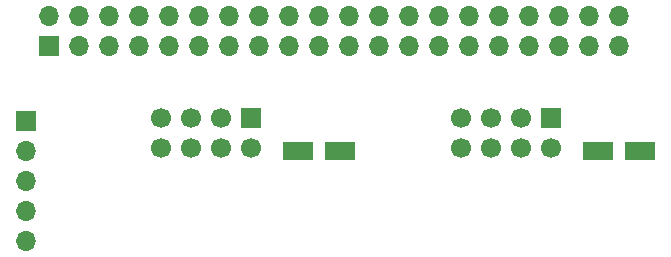
<source format=gbr>
%TF.GenerationSoftware,KiCad,Pcbnew,6.0.8-f2edbf62ab~116~ubuntu20.04.1*%
%TF.CreationDate,2022-11-10T01:37:22-08:00*%
%TF.ProjectId,parthiv_pcb,70617274-6869-4765-9f70-63622e6b6963,rev?*%
%TF.SameCoordinates,Original*%
%TF.FileFunction,Soldermask,Top*%
%TF.FilePolarity,Negative*%
%FSLAX46Y46*%
G04 Gerber Fmt 4.6, Leading zero omitted, Abs format (unit mm)*
G04 Created by KiCad (PCBNEW 6.0.8-f2edbf62ab~116~ubuntu20.04.1) date 2022-11-10 01:37:22*
%MOMM*%
%LPD*%
G01*
G04 APERTURE LIST*
G04 Aperture macros list*
%AMRoundRect*
0 Rectangle with rounded corners*
0 $1 Rounding radius*
0 $2 $3 $4 $5 $6 $7 $8 $9 X,Y pos of 4 corners*
0 Add a 4 corners polygon primitive as box body*
4,1,4,$2,$3,$4,$5,$6,$7,$8,$9,$2,$3,0*
0 Add four circle primitives for the rounded corners*
1,1,$1+$1,$2,$3*
1,1,$1+$1,$4,$5*
1,1,$1+$1,$6,$7*
1,1,$1+$1,$8,$9*
0 Add four rect primitives between the rounded corners*
20,1,$1+$1,$2,$3,$4,$5,0*
20,1,$1+$1,$4,$5,$6,$7,0*
20,1,$1+$1,$6,$7,$8,$9,0*
20,1,$1+$1,$8,$9,$2,$3,0*%
G04 Aperture macros list end*
%ADD10R,1.700000X1.700000*%
%ADD11C,1.700000*%
%ADD12RoundRect,0.250000X-1.050000X-0.550000X1.050000X-0.550000X1.050000X0.550000X-1.050000X0.550000X0*%
%ADD13O,1.700000X1.700000*%
G04 APERTURE END LIST*
D10*
%TO.C,U1*%
X119925000Y-75900000D03*
D11*
X119925000Y-78440000D03*
X117385000Y-75900000D03*
X117385000Y-78440000D03*
X114845000Y-75900000D03*
X114845000Y-78440000D03*
X112305000Y-75900000D03*
X112305000Y-78440000D03*
%TD*%
D12*
%TO.C,C1*%
X123930000Y-78740000D03*
X127530000Y-78740000D03*
%TD*%
%TO.C,C2*%
X149330000Y-78740000D03*
X152930000Y-78740000D03*
%TD*%
D10*
%TO.C,U2*%
X145325000Y-75900000D03*
D11*
X145325000Y-78440000D03*
X142785000Y-75900000D03*
X142785000Y-78440000D03*
X140245000Y-75900000D03*
X140245000Y-78440000D03*
X137705000Y-75900000D03*
X137705000Y-78440000D03*
%TD*%
D10*
%TO.C,J1*%
X100920000Y-76180000D03*
D13*
X100920000Y-78720000D03*
X100920000Y-81260000D03*
X100920000Y-83800000D03*
X100920000Y-86340000D03*
%TD*%
D10*
%TO.C,J2*%
X102900000Y-69870000D03*
D13*
X102900000Y-67330000D03*
X105440000Y-69870000D03*
X105440000Y-67330000D03*
X107980000Y-69870000D03*
X107980000Y-67330000D03*
X110520000Y-69870000D03*
X110520000Y-67330000D03*
X113060000Y-69870000D03*
X113060000Y-67330000D03*
X115600000Y-69870000D03*
X115600000Y-67330000D03*
X118140000Y-69870000D03*
X118140000Y-67330000D03*
X120680000Y-69870000D03*
X120680000Y-67330000D03*
X123220000Y-69870000D03*
X123220000Y-67330000D03*
X125760000Y-69870000D03*
X125760000Y-67330000D03*
X128300000Y-69870000D03*
X128300000Y-67330000D03*
X130840000Y-69870000D03*
X130840000Y-67330000D03*
X133380000Y-69870000D03*
X133380000Y-67330000D03*
X135920000Y-69870000D03*
X135920000Y-67330000D03*
X138460000Y-69870000D03*
X138460000Y-67330000D03*
X141000000Y-69870000D03*
X141000000Y-67330000D03*
X143540000Y-69870000D03*
X143540000Y-67330000D03*
X146080000Y-69870000D03*
X146080000Y-67330000D03*
X148620000Y-69870000D03*
X148620000Y-67330000D03*
X151160000Y-69870000D03*
X151160000Y-67330000D03*
%TD*%
M02*

</source>
